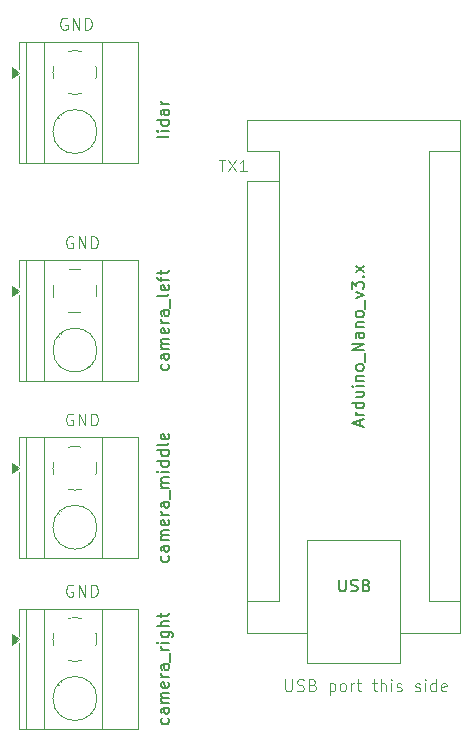
<source format=gto>
%TF.GenerationSoftware,KiCad,Pcbnew,9.0.0*%
%TF.CreationDate,2025-04-01T16:17:38+02:00*%
%TF.ProjectId,three_camera_trigger_arduino,74687265-655f-4636-916d-6572615f7472,rev?*%
%TF.SameCoordinates,Original*%
%TF.FileFunction,Legend,Top*%
%TF.FilePolarity,Positive*%
%FSLAX46Y46*%
G04 Gerber Fmt 4.6, Leading zero omitted, Abs format (unit mm)*
G04 Created by KiCad (PCBNEW 9.0.0) date 2025-04-01 16:17:38*
%MOMM*%
%LPD*%
G01*
G04 APERTURE LIST*
%ADD10C,0.100000*%
%ADD11C,0.150000*%
%ADD12C,0.120000*%
G04 APERTURE END LIST*
D10*
X110303884Y-130872419D02*
X110303884Y-131681942D01*
X110303884Y-131681942D02*
X110351503Y-131777180D01*
X110351503Y-131777180D02*
X110399122Y-131824800D01*
X110399122Y-131824800D02*
X110494360Y-131872419D01*
X110494360Y-131872419D02*
X110684836Y-131872419D01*
X110684836Y-131872419D02*
X110780074Y-131824800D01*
X110780074Y-131824800D02*
X110827693Y-131777180D01*
X110827693Y-131777180D02*
X110875312Y-131681942D01*
X110875312Y-131681942D02*
X110875312Y-130872419D01*
X111303884Y-131824800D02*
X111446741Y-131872419D01*
X111446741Y-131872419D02*
X111684836Y-131872419D01*
X111684836Y-131872419D02*
X111780074Y-131824800D01*
X111780074Y-131824800D02*
X111827693Y-131777180D01*
X111827693Y-131777180D02*
X111875312Y-131681942D01*
X111875312Y-131681942D02*
X111875312Y-131586704D01*
X111875312Y-131586704D02*
X111827693Y-131491466D01*
X111827693Y-131491466D02*
X111780074Y-131443847D01*
X111780074Y-131443847D02*
X111684836Y-131396228D01*
X111684836Y-131396228D02*
X111494360Y-131348609D01*
X111494360Y-131348609D02*
X111399122Y-131300990D01*
X111399122Y-131300990D02*
X111351503Y-131253371D01*
X111351503Y-131253371D02*
X111303884Y-131158133D01*
X111303884Y-131158133D02*
X111303884Y-131062895D01*
X111303884Y-131062895D02*
X111351503Y-130967657D01*
X111351503Y-130967657D02*
X111399122Y-130920038D01*
X111399122Y-130920038D02*
X111494360Y-130872419D01*
X111494360Y-130872419D02*
X111732455Y-130872419D01*
X111732455Y-130872419D02*
X111875312Y-130920038D01*
X112637217Y-131348609D02*
X112780074Y-131396228D01*
X112780074Y-131396228D02*
X112827693Y-131443847D01*
X112827693Y-131443847D02*
X112875312Y-131539085D01*
X112875312Y-131539085D02*
X112875312Y-131681942D01*
X112875312Y-131681942D02*
X112827693Y-131777180D01*
X112827693Y-131777180D02*
X112780074Y-131824800D01*
X112780074Y-131824800D02*
X112684836Y-131872419D01*
X112684836Y-131872419D02*
X112303884Y-131872419D01*
X112303884Y-131872419D02*
X112303884Y-130872419D01*
X112303884Y-130872419D02*
X112637217Y-130872419D01*
X112637217Y-130872419D02*
X112732455Y-130920038D01*
X112732455Y-130920038D02*
X112780074Y-130967657D01*
X112780074Y-130967657D02*
X112827693Y-131062895D01*
X112827693Y-131062895D02*
X112827693Y-131158133D01*
X112827693Y-131158133D02*
X112780074Y-131253371D01*
X112780074Y-131253371D02*
X112732455Y-131300990D01*
X112732455Y-131300990D02*
X112637217Y-131348609D01*
X112637217Y-131348609D02*
X112303884Y-131348609D01*
X114065789Y-131205752D02*
X114065789Y-132205752D01*
X114065789Y-131253371D02*
X114161027Y-131205752D01*
X114161027Y-131205752D02*
X114351503Y-131205752D01*
X114351503Y-131205752D02*
X114446741Y-131253371D01*
X114446741Y-131253371D02*
X114494360Y-131300990D01*
X114494360Y-131300990D02*
X114541979Y-131396228D01*
X114541979Y-131396228D02*
X114541979Y-131681942D01*
X114541979Y-131681942D02*
X114494360Y-131777180D01*
X114494360Y-131777180D02*
X114446741Y-131824800D01*
X114446741Y-131824800D02*
X114351503Y-131872419D01*
X114351503Y-131872419D02*
X114161027Y-131872419D01*
X114161027Y-131872419D02*
X114065789Y-131824800D01*
X115113408Y-131872419D02*
X115018170Y-131824800D01*
X115018170Y-131824800D02*
X114970551Y-131777180D01*
X114970551Y-131777180D02*
X114922932Y-131681942D01*
X114922932Y-131681942D02*
X114922932Y-131396228D01*
X114922932Y-131396228D02*
X114970551Y-131300990D01*
X114970551Y-131300990D02*
X115018170Y-131253371D01*
X115018170Y-131253371D02*
X115113408Y-131205752D01*
X115113408Y-131205752D02*
X115256265Y-131205752D01*
X115256265Y-131205752D02*
X115351503Y-131253371D01*
X115351503Y-131253371D02*
X115399122Y-131300990D01*
X115399122Y-131300990D02*
X115446741Y-131396228D01*
X115446741Y-131396228D02*
X115446741Y-131681942D01*
X115446741Y-131681942D02*
X115399122Y-131777180D01*
X115399122Y-131777180D02*
X115351503Y-131824800D01*
X115351503Y-131824800D02*
X115256265Y-131872419D01*
X115256265Y-131872419D02*
X115113408Y-131872419D01*
X115875313Y-131872419D02*
X115875313Y-131205752D01*
X115875313Y-131396228D02*
X115922932Y-131300990D01*
X115922932Y-131300990D02*
X115970551Y-131253371D01*
X115970551Y-131253371D02*
X116065789Y-131205752D01*
X116065789Y-131205752D02*
X116161027Y-131205752D01*
X116351504Y-131205752D02*
X116732456Y-131205752D01*
X116494361Y-130872419D02*
X116494361Y-131729561D01*
X116494361Y-131729561D02*
X116541980Y-131824800D01*
X116541980Y-131824800D02*
X116637218Y-131872419D01*
X116637218Y-131872419D02*
X116732456Y-131872419D01*
X117684838Y-131205752D02*
X118065790Y-131205752D01*
X117827695Y-130872419D02*
X117827695Y-131729561D01*
X117827695Y-131729561D02*
X117875314Y-131824800D01*
X117875314Y-131824800D02*
X117970552Y-131872419D01*
X117970552Y-131872419D02*
X118065790Y-131872419D01*
X118399124Y-131872419D02*
X118399124Y-130872419D01*
X118827695Y-131872419D02*
X118827695Y-131348609D01*
X118827695Y-131348609D02*
X118780076Y-131253371D01*
X118780076Y-131253371D02*
X118684838Y-131205752D01*
X118684838Y-131205752D02*
X118541981Y-131205752D01*
X118541981Y-131205752D02*
X118446743Y-131253371D01*
X118446743Y-131253371D02*
X118399124Y-131300990D01*
X119303886Y-131872419D02*
X119303886Y-131205752D01*
X119303886Y-130872419D02*
X119256267Y-130920038D01*
X119256267Y-130920038D02*
X119303886Y-130967657D01*
X119303886Y-130967657D02*
X119351505Y-130920038D01*
X119351505Y-130920038D02*
X119303886Y-130872419D01*
X119303886Y-130872419D02*
X119303886Y-130967657D01*
X119732457Y-131824800D02*
X119827695Y-131872419D01*
X119827695Y-131872419D02*
X120018171Y-131872419D01*
X120018171Y-131872419D02*
X120113409Y-131824800D01*
X120113409Y-131824800D02*
X120161028Y-131729561D01*
X120161028Y-131729561D02*
X120161028Y-131681942D01*
X120161028Y-131681942D02*
X120113409Y-131586704D01*
X120113409Y-131586704D02*
X120018171Y-131539085D01*
X120018171Y-131539085D02*
X119875314Y-131539085D01*
X119875314Y-131539085D02*
X119780076Y-131491466D01*
X119780076Y-131491466D02*
X119732457Y-131396228D01*
X119732457Y-131396228D02*
X119732457Y-131348609D01*
X119732457Y-131348609D02*
X119780076Y-131253371D01*
X119780076Y-131253371D02*
X119875314Y-131205752D01*
X119875314Y-131205752D02*
X120018171Y-131205752D01*
X120018171Y-131205752D02*
X120113409Y-131253371D01*
X121303886Y-131824800D02*
X121399124Y-131872419D01*
X121399124Y-131872419D02*
X121589600Y-131872419D01*
X121589600Y-131872419D02*
X121684838Y-131824800D01*
X121684838Y-131824800D02*
X121732457Y-131729561D01*
X121732457Y-131729561D02*
X121732457Y-131681942D01*
X121732457Y-131681942D02*
X121684838Y-131586704D01*
X121684838Y-131586704D02*
X121589600Y-131539085D01*
X121589600Y-131539085D02*
X121446743Y-131539085D01*
X121446743Y-131539085D02*
X121351505Y-131491466D01*
X121351505Y-131491466D02*
X121303886Y-131396228D01*
X121303886Y-131396228D02*
X121303886Y-131348609D01*
X121303886Y-131348609D02*
X121351505Y-131253371D01*
X121351505Y-131253371D02*
X121446743Y-131205752D01*
X121446743Y-131205752D02*
X121589600Y-131205752D01*
X121589600Y-131205752D02*
X121684838Y-131253371D01*
X122161029Y-131872419D02*
X122161029Y-131205752D01*
X122161029Y-130872419D02*
X122113410Y-130920038D01*
X122113410Y-130920038D02*
X122161029Y-130967657D01*
X122161029Y-130967657D02*
X122208648Y-130920038D01*
X122208648Y-130920038D02*
X122161029Y-130872419D01*
X122161029Y-130872419D02*
X122161029Y-130967657D01*
X123065790Y-131872419D02*
X123065790Y-130872419D01*
X123065790Y-131824800D02*
X122970552Y-131872419D01*
X122970552Y-131872419D02*
X122780076Y-131872419D01*
X122780076Y-131872419D02*
X122684838Y-131824800D01*
X122684838Y-131824800D02*
X122637219Y-131777180D01*
X122637219Y-131777180D02*
X122589600Y-131681942D01*
X122589600Y-131681942D02*
X122589600Y-131396228D01*
X122589600Y-131396228D02*
X122637219Y-131300990D01*
X122637219Y-131300990D02*
X122684838Y-131253371D01*
X122684838Y-131253371D02*
X122780076Y-131205752D01*
X122780076Y-131205752D02*
X122970552Y-131205752D01*
X122970552Y-131205752D02*
X123065790Y-131253371D01*
X123922933Y-131824800D02*
X123827695Y-131872419D01*
X123827695Y-131872419D02*
X123637219Y-131872419D01*
X123637219Y-131872419D02*
X123541981Y-131824800D01*
X123541981Y-131824800D02*
X123494362Y-131729561D01*
X123494362Y-131729561D02*
X123494362Y-131348609D01*
X123494362Y-131348609D02*
X123541981Y-131253371D01*
X123541981Y-131253371D02*
X123637219Y-131205752D01*
X123637219Y-131205752D02*
X123827695Y-131205752D01*
X123827695Y-131205752D02*
X123922933Y-131253371D01*
X123922933Y-131253371D02*
X123970552Y-131348609D01*
X123970552Y-131348609D02*
X123970552Y-131443847D01*
X123970552Y-131443847D02*
X123494362Y-131539085D01*
X92327693Y-122920038D02*
X92232455Y-122872419D01*
X92232455Y-122872419D02*
X92089598Y-122872419D01*
X92089598Y-122872419D02*
X91946741Y-122920038D01*
X91946741Y-122920038D02*
X91851503Y-123015276D01*
X91851503Y-123015276D02*
X91803884Y-123110514D01*
X91803884Y-123110514D02*
X91756265Y-123300990D01*
X91756265Y-123300990D02*
X91756265Y-123443847D01*
X91756265Y-123443847D02*
X91803884Y-123634323D01*
X91803884Y-123634323D02*
X91851503Y-123729561D01*
X91851503Y-123729561D02*
X91946741Y-123824800D01*
X91946741Y-123824800D02*
X92089598Y-123872419D01*
X92089598Y-123872419D02*
X92184836Y-123872419D01*
X92184836Y-123872419D02*
X92327693Y-123824800D01*
X92327693Y-123824800D02*
X92375312Y-123777180D01*
X92375312Y-123777180D02*
X92375312Y-123443847D01*
X92375312Y-123443847D02*
X92184836Y-123443847D01*
X92803884Y-123872419D02*
X92803884Y-122872419D01*
X92803884Y-122872419D02*
X93375312Y-123872419D01*
X93375312Y-123872419D02*
X93375312Y-122872419D01*
X93851503Y-123872419D02*
X93851503Y-122872419D01*
X93851503Y-122872419D02*
X94089598Y-122872419D01*
X94089598Y-122872419D02*
X94232455Y-122920038D01*
X94232455Y-122920038D02*
X94327693Y-123015276D01*
X94327693Y-123015276D02*
X94375312Y-123110514D01*
X94375312Y-123110514D02*
X94422931Y-123300990D01*
X94422931Y-123300990D02*
X94422931Y-123443847D01*
X94422931Y-123443847D02*
X94375312Y-123634323D01*
X94375312Y-123634323D02*
X94327693Y-123729561D01*
X94327693Y-123729561D02*
X94232455Y-123824800D01*
X94232455Y-123824800D02*
X94089598Y-123872419D01*
X94089598Y-123872419D02*
X93851503Y-123872419D01*
X92327693Y-108420038D02*
X92232455Y-108372419D01*
X92232455Y-108372419D02*
X92089598Y-108372419D01*
X92089598Y-108372419D02*
X91946741Y-108420038D01*
X91946741Y-108420038D02*
X91851503Y-108515276D01*
X91851503Y-108515276D02*
X91803884Y-108610514D01*
X91803884Y-108610514D02*
X91756265Y-108800990D01*
X91756265Y-108800990D02*
X91756265Y-108943847D01*
X91756265Y-108943847D02*
X91803884Y-109134323D01*
X91803884Y-109134323D02*
X91851503Y-109229561D01*
X91851503Y-109229561D02*
X91946741Y-109324800D01*
X91946741Y-109324800D02*
X92089598Y-109372419D01*
X92089598Y-109372419D02*
X92184836Y-109372419D01*
X92184836Y-109372419D02*
X92327693Y-109324800D01*
X92327693Y-109324800D02*
X92375312Y-109277180D01*
X92375312Y-109277180D02*
X92375312Y-108943847D01*
X92375312Y-108943847D02*
X92184836Y-108943847D01*
X92803884Y-109372419D02*
X92803884Y-108372419D01*
X92803884Y-108372419D02*
X93375312Y-109372419D01*
X93375312Y-109372419D02*
X93375312Y-108372419D01*
X93851503Y-109372419D02*
X93851503Y-108372419D01*
X93851503Y-108372419D02*
X94089598Y-108372419D01*
X94089598Y-108372419D02*
X94232455Y-108420038D01*
X94232455Y-108420038D02*
X94327693Y-108515276D01*
X94327693Y-108515276D02*
X94375312Y-108610514D01*
X94375312Y-108610514D02*
X94422931Y-108800990D01*
X94422931Y-108800990D02*
X94422931Y-108943847D01*
X94422931Y-108943847D02*
X94375312Y-109134323D01*
X94375312Y-109134323D02*
X94327693Y-109229561D01*
X94327693Y-109229561D02*
X94232455Y-109324800D01*
X94232455Y-109324800D02*
X94089598Y-109372419D01*
X94089598Y-109372419D02*
X93851503Y-109372419D01*
X92327693Y-93420038D02*
X92232455Y-93372419D01*
X92232455Y-93372419D02*
X92089598Y-93372419D01*
X92089598Y-93372419D02*
X91946741Y-93420038D01*
X91946741Y-93420038D02*
X91851503Y-93515276D01*
X91851503Y-93515276D02*
X91803884Y-93610514D01*
X91803884Y-93610514D02*
X91756265Y-93800990D01*
X91756265Y-93800990D02*
X91756265Y-93943847D01*
X91756265Y-93943847D02*
X91803884Y-94134323D01*
X91803884Y-94134323D02*
X91851503Y-94229561D01*
X91851503Y-94229561D02*
X91946741Y-94324800D01*
X91946741Y-94324800D02*
X92089598Y-94372419D01*
X92089598Y-94372419D02*
X92184836Y-94372419D01*
X92184836Y-94372419D02*
X92327693Y-94324800D01*
X92327693Y-94324800D02*
X92375312Y-94277180D01*
X92375312Y-94277180D02*
X92375312Y-93943847D01*
X92375312Y-93943847D02*
X92184836Y-93943847D01*
X92803884Y-94372419D02*
X92803884Y-93372419D01*
X92803884Y-93372419D02*
X93375312Y-94372419D01*
X93375312Y-94372419D02*
X93375312Y-93372419D01*
X93851503Y-94372419D02*
X93851503Y-93372419D01*
X93851503Y-93372419D02*
X94089598Y-93372419D01*
X94089598Y-93372419D02*
X94232455Y-93420038D01*
X94232455Y-93420038D02*
X94327693Y-93515276D01*
X94327693Y-93515276D02*
X94375312Y-93610514D01*
X94375312Y-93610514D02*
X94422931Y-93800990D01*
X94422931Y-93800990D02*
X94422931Y-93943847D01*
X94422931Y-93943847D02*
X94375312Y-94134323D01*
X94375312Y-94134323D02*
X94327693Y-94229561D01*
X94327693Y-94229561D02*
X94232455Y-94324800D01*
X94232455Y-94324800D02*
X94089598Y-94372419D01*
X94089598Y-94372419D02*
X93851503Y-94372419D01*
X91827693Y-74920038D02*
X91732455Y-74872419D01*
X91732455Y-74872419D02*
X91589598Y-74872419D01*
X91589598Y-74872419D02*
X91446741Y-74920038D01*
X91446741Y-74920038D02*
X91351503Y-75015276D01*
X91351503Y-75015276D02*
X91303884Y-75110514D01*
X91303884Y-75110514D02*
X91256265Y-75300990D01*
X91256265Y-75300990D02*
X91256265Y-75443847D01*
X91256265Y-75443847D02*
X91303884Y-75634323D01*
X91303884Y-75634323D02*
X91351503Y-75729561D01*
X91351503Y-75729561D02*
X91446741Y-75824800D01*
X91446741Y-75824800D02*
X91589598Y-75872419D01*
X91589598Y-75872419D02*
X91684836Y-75872419D01*
X91684836Y-75872419D02*
X91827693Y-75824800D01*
X91827693Y-75824800D02*
X91875312Y-75777180D01*
X91875312Y-75777180D02*
X91875312Y-75443847D01*
X91875312Y-75443847D02*
X91684836Y-75443847D01*
X92303884Y-75872419D02*
X92303884Y-74872419D01*
X92303884Y-74872419D02*
X92875312Y-75872419D01*
X92875312Y-75872419D02*
X92875312Y-74872419D01*
X93351503Y-75872419D02*
X93351503Y-74872419D01*
X93351503Y-74872419D02*
X93589598Y-74872419D01*
X93589598Y-74872419D02*
X93732455Y-74920038D01*
X93732455Y-74920038D02*
X93827693Y-75015276D01*
X93827693Y-75015276D02*
X93875312Y-75110514D01*
X93875312Y-75110514D02*
X93922931Y-75300990D01*
X93922931Y-75300990D02*
X93922931Y-75443847D01*
X93922931Y-75443847D02*
X93875312Y-75634323D01*
X93875312Y-75634323D02*
X93827693Y-75729561D01*
X93827693Y-75729561D02*
X93732455Y-75824800D01*
X93732455Y-75824800D02*
X93589598Y-75872419D01*
X93589598Y-75872419D02*
X93351503Y-75872419D01*
X104661027Y-86872419D02*
X105232455Y-86872419D01*
X104946741Y-87872419D02*
X104946741Y-86872419D01*
X105470551Y-86872419D02*
X106137217Y-87872419D01*
X106137217Y-86872419D02*
X105470551Y-87872419D01*
X107041979Y-87872419D02*
X106470551Y-87872419D01*
X106756265Y-87872419D02*
X106756265Y-86872419D01*
X106756265Y-86872419D02*
X106661027Y-87015276D01*
X106661027Y-87015276D02*
X106565789Y-87110514D01*
X106565789Y-87110514D02*
X106470551Y-87158133D01*
D11*
X100407200Y-134190476D02*
X100454819Y-134285714D01*
X100454819Y-134285714D02*
X100454819Y-134476190D01*
X100454819Y-134476190D02*
X100407200Y-134571428D01*
X100407200Y-134571428D02*
X100359580Y-134619047D01*
X100359580Y-134619047D02*
X100264342Y-134666666D01*
X100264342Y-134666666D02*
X99978628Y-134666666D01*
X99978628Y-134666666D02*
X99883390Y-134619047D01*
X99883390Y-134619047D02*
X99835771Y-134571428D01*
X99835771Y-134571428D02*
X99788152Y-134476190D01*
X99788152Y-134476190D02*
X99788152Y-134285714D01*
X99788152Y-134285714D02*
X99835771Y-134190476D01*
X100454819Y-133333333D02*
X99931009Y-133333333D01*
X99931009Y-133333333D02*
X99835771Y-133380952D01*
X99835771Y-133380952D02*
X99788152Y-133476190D01*
X99788152Y-133476190D02*
X99788152Y-133666666D01*
X99788152Y-133666666D02*
X99835771Y-133761904D01*
X100407200Y-133333333D02*
X100454819Y-133428571D01*
X100454819Y-133428571D02*
X100454819Y-133666666D01*
X100454819Y-133666666D02*
X100407200Y-133761904D01*
X100407200Y-133761904D02*
X100311961Y-133809523D01*
X100311961Y-133809523D02*
X100216723Y-133809523D01*
X100216723Y-133809523D02*
X100121485Y-133761904D01*
X100121485Y-133761904D02*
X100073866Y-133666666D01*
X100073866Y-133666666D02*
X100073866Y-133428571D01*
X100073866Y-133428571D02*
X100026247Y-133333333D01*
X100454819Y-132857142D02*
X99788152Y-132857142D01*
X99883390Y-132857142D02*
X99835771Y-132809523D01*
X99835771Y-132809523D02*
X99788152Y-132714285D01*
X99788152Y-132714285D02*
X99788152Y-132571428D01*
X99788152Y-132571428D02*
X99835771Y-132476190D01*
X99835771Y-132476190D02*
X99931009Y-132428571D01*
X99931009Y-132428571D02*
X100454819Y-132428571D01*
X99931009Y-132428571D02*
X99835771Y-132380952D01*
X99835771Y-132380952D02*
X99788152Y-132285714D01*
X99788152Y-132285714D02*
X99788152Y-132142857D01*
X99788152Y-132142857D02*
X99835771Y-132047618D01*
X99835771Y-132047618D02*
X99931009Y-131999999D01*
X99931009Y-131999999D02*
X100454819Y-131999999D01*
X100407200Y-131142857D02*
X100454819Y-131238095D01*
X100454819Y-131238095D02*
X100454819Y-131428571D01*
X100454819Y-131428571D02*
X100407200Y-131523809D01*
X100407200Y-131523809D02*
X100311961Y-131571428D01*
X100311961Y-131571428D02*
X99931009Y-131571428D01*
X99931009Y-131571428D02*
X99835771Y-131523809D01*
X99835771Y-131523809D02*
X99788152Y-131428571D01*
X99788152Y-131428571D02*
X99788152Y-131238095D01*
X99788152Y-131238095D02*
X99835771Y-131142857D01*
X99835771Y-131142857D02*
X99931009Y-131095238D01*
X99931009Y-131095238D02*
X100026247Y-131095238D01*
X100026247Y-131095238D02*
X100121485Y-131571428D01*
X100454819Y-130666666D02*
X99788152Y-130666666D01*
X99978628Y-130666666D02*
X99883390Y-130619047D01*
X99883390Y-130619047D02*
X99835771Y-130571428D01*
X99835771Y-130571428D02*
X99788152Y-130476190D01*
X99788152Y-130476190D02*
X99788152Y-130380952D01*
X100454819Y-129619047D02*
X99931009Y-129619047D01*
X99931009Y-129619047D02*
X99835771Y-129666666D01*
X99835771Y-129666666D02*
X99788152Y-129761904D01*
X99788152Y-129761904D02*
X99788152Y-129952380D01*
X99788152Y-129952380D02*
X99835771Y-130047618D01*
X100407200Y-129619047D02*
X100454819Y-129714285D01*
X100454819Y-129714285D02*
X100454819Y-129952380D01*
X100454819Y-129952380D02*
X100407200Y-130047618D01*
X100407200Y-130047618D02*
X100311961Y-130095237D01*
X100311961Y-130095237D02*
X100216723Y-130095237D01*
X100216723Y-130095237D02*
X100121485Y-130047618D01*
X100121485Y-130047618D02*
X100073866Y-129952380D01*
X100073866Y-129952380D02*
X100073866Y-129714285D01*
X100073866Y-129714285D02*
X100026247Y-129619047D01*
X100550057Y-129380952D02*
X100550057Y-128619047D01*
X100454819Y-128380951D02*
X99788152Y-128380951D01*
X99978628Y-128380951D02*
X99883390Y-128333332D01*
X99883390Y-128333332D02*
X99835771Y-128285713D01*
X99835771Y-128285713D02*
X99788152Y-128190475D01*
X99788152Y-128190475D02*
X99788152Y-128095237D01*
X100454819Y-127761903D02*
X99788152Y-127761903D01*
X99454819Y-127761903D02*
X99502438Y-127809522D01*
X99502438Y-127809522D02*
X99550057Y-127761903D01*
X99550057Y-127761903D02*
X99502438Y-127714284D01*
X99502438Y-127714284D02*
X99454819Y-127761903D01*
X99454819Y-127761903D02*
X99550057Y-127761903D01*
X99788152Y-126857142D02*
X100597676Y-126857142D01*
X100597676Y-126857142D02*
X100692914Y-126904761D01*
X100692914Y-126904761D02*
X100740533Y-126952380D01*
X100740533Y-126952380D02*
X100788152Y-127047618D01*
X100788152Y-127047618D02*
X100788152Y-127190475D01*
X100788152Y-127190475D02*
X100740533Y-127285713D01*
X100407200Y-126857142D02*
X100454819Y-126952380D01*
X100454819Y-126952380D02*
X100454819Y-127142856D01*
X100454819Y-127142856D02*
X100407200Y-127238094D01*
X100407200Y-127238094D02*
X100359580Y-127285713D01*
X100359580Y-127285713D02*
X100264342Y-127333332D01*
X100264342Y-127333332D02*
X99978628Y-127333332D01*
X99978628Y-127333332D02*
X99883390Y-127285713D01*
X99883390Y-127285713D02*
X99835771Y-127238094D01*
X99835771Y-127238094D02*
X99788152Y-127142856D01*
X99788152Y-127142856D02*
X99788152Y-126952380D01*
X99788152Y-126952380D02*
X99835771Y-126857142D01*
X100454819Y-126380951D02*
X99454819Y-126380951D01*
X100454819Y-125952380D02*
X99931009Y-125952380D01*
X99931009Y-125952380D02*
X99835771Y-125999999D01*
X99835771Y-125999999D02*
X99788152Y-126095237D01*
X99788152Y-126095237D02*
X99788152Y-126238094D01*
X99788152Y-126238094D02*
X99835771Y-126333332D01*
X99835771Y-126333332D02*
X99883390Y-126380951D01*
X99788152Y-125619046D02*
X99788152Y-125238094D01*
X99454819Y-125476189D02*
X100311961Y-125476189D01*
X100311961Y-125476189D02*
X100407200Y-125428570D01*
X100407200Y-125428570D02*
X100454819Y-125333332D01*
X100454819Y-125333332D02*
X100454819Y-125238094D01*
X100407200Y-120452381D02*
X100454819Y-120547619D01*
X100454819Y-120547619D02*
X100454819Y-120738095D01*
X100454819Y-120738095D02*
X100407200Y-120833333D01*
X100407200Y-120833333D02*
X100359580Y-120880952D01*
X100359580Y-120880952D02*
X100264342Y-120928571D01*
X100264342Y-120928571D02*
X99978628Y-120928571D01*
X99978628Y-120928571D02*
X99883390Y-120880952D01*
X99883390Y-120880952D02*
X99835771Y-120833333D01*
X99835771Y-120833333D02*
X99788152Y-120738095D01*
X99788152Y-120738095D02*
X99788152Y-120547619D01*
X99788152Y-120547619D02*
X99835771Y-120452381D01*
X100454819Y-119595238D02*
X99931009Y-119595238D01*
X99931009Y-119595238D02*
X99835771Y-119642857D01*
X99835771Y-119642857D02*
X99788152Y-119738095D01*
X99788152Y-119738095D02*
X99788152Y-119928571D01*
X99788152Y-119928571D02*
X99835771Y-120023809D01*
X100407200Y-119595238D02*
X100454819Y-119690476D01*
X100454819Y-119690476D02*
X100454819Y-119928571D01*
X100454819Y-119928571D02*
X100407200Y-120023809D01*
X100407200Y-120023809D02*
X100311961Y-120071428D01*
X100311961Y-120071428D02*
X100216723Y-120071428D01*
X100216723Y-120071428D02*
X100121485Y-120023809D01*
X100121485Y-120023809D02*
X100073866Y-119928571D01*
X100073866Y-119928571D02*
X100073866Y-119690476D01*
X100073866Y-119690476D02*
X100026247Y-119595238D01*
X100454819Y-119119047D02*
X99788152Y-119119047D01*
X99883390Y-119119047D02*
X99835771Y-119071428D01*
X99835771Y-119071428D02*
X99788152Y-118976190D01*
X99788152Y-118976190D02*
X99788152Y-118833333D01*
X99788152Y-118833333D02*
X99835771Y-118738095D01*
X99835771Y-118738095D02*
X99931009Y-118690476D01*
X99931009Y-118690476D02*
X100454819Y-118690476D01*
X99931009Y-118690476D02*
X99835771Y-118642857D01*
X99835771Y-118642857D02*
X99788152Y-118547619D01*
X99788152Y-118547619D02*
X99788152Y-118404762D01*
X99788152Y-118404762D02*
X99835771Y-118309523D01*
X99835771Y-118309523D02*
X99931009Y-118261904D01*
X99931009Y-118261904D02*
X100454819Y-118261904D01*
X100407200Y-117404762D02*
X100454819Y-117500000D01*
X100454819Y-117500000D02*
X100454819Y-117690476D01*
X100454819Y-117690476D02*
X100407200Y-117785714D01*
X100407200Y-117785714D02*
X100311961Y-117833333D01*
X100311961Y-117833333D02*
X99931009Y-117833333D01*
X99931009Y-117833333D02*
X99835771Y-117785714D01*
X99835771Y-117785714D02*
X99788152Y-117690476D01*
X99788152Y-117690476D02*
X99788152Y-117500000D01*
X99788152Y-117500000D02*
X99835771Y-117404762D01*
X99835771Y-117404762D02*
X99931009Y-117357143D01*
X99931009Y-117357143D02*
X100026247Y-117357143D01*
X100026247Y-117357143D02*
X100121485Y-117833333D01*
X100454819Y-116928571D02*
X99788152Y-116928571D01*
X99978628Y-116928571D02*
X99883390Y-116880952D01*
X99883390Y-116880952D02*
X99835771Y-116833333D01*
X99835771Y-116833333D02*
X99788152Y-116738095D01*
X99788152Y-116738095D02*
X99788152Y-116642857D01*
X100454819Y-115880952D02*
X99931009Y-115880952D01*
X99931009Y-115880952D02*
X99835771Y-115928571D01*
X99835771Y-115928571D02*
X99788152Y-116023809D01*
X99788152Y-116023809D02*
X99788152Y-116214285D01*
X99788152Y-116214285D02*
X99835771Y-116309523D01*
X100407200Y-115880952D02*
X100454819Y-115976190D01*
X100454819Y-115976190D02*
X100454819Y-116214285D01*
X100454819Y-116214285D02*
X100407200Y-116309523D01*
X100407200Y-116309523D02*
X100311961Y-116357142D01*
X100311961Y-116357142D02*
X100216723Y-116357142D01*
X100216723Y-116357142D02*
X100121485Y-116309523D01*
X100121485Y-116309523D02*
X100073866Y-116214285D01*
X100073866Y-116214285D02*
X100073866Y-115976190D01*
X100073866Y-115976190D02*
X100026247Y-115880952D01*
X100550057Y-115642857D02*
X100550057Y-114880952D01*
X100454819Y-114642856D02*
X99788152Y-114642856D01*
X99883390Y-114642856D02*
X99835771Y-114595237D01*
X99835771Y-114595237D02*
X99788152Y-114499999D01*
X99788152Y-114499999D02*
X99788152Y-114357142D01*
X99788152Y-114357142D02*
X99835771Y-114261904D01*
X99835771Y-114261904D02*
X99931009Y-114214285D01*
X99931009Y-114214285D02*
X100454819Y-114214285D01*
X99931009Y-114214285D02*
X99835771Y-114166666D01*
X99835771Y-114166666D02*
X99788152Y-114071428D01*
X99788152Y-114071428D02*
X99788152Y-113928571D01*
X99788152Y-113928571D02*
X99835771Y-113833332D01*
X99835771Y-113833332D02*
X99931009Y-113785713D01*
X99931009Y-113785713D02*
X100454819Y-113785713D01*
X100454819Y-113309523D02*
X99788152Y-113309523D01*
X99454819Y-113309523D02*
X99502438Y-113357142D01*
X99502438Y-113357142D02*
X99550057Y-113309523D01*
X99550057Y-113309523D02*
X99502438Y-113261904D01*
X99502438Y-113261904D02*
X99454819Y-113309523D01*
X99454819Y-113309523D02*
X99550057Y-113309523D01*
X100454819Y-112404762D02*
X99454819Y-112404762D01*
X100407200Y-112404762D02*
X100454819Y-112500000D01*
X100454819Y-112500000D02*
X100454819Y-112690476D01*
X100454819Y-112690476D02*
X100407200Y-112785714D01*
X100407200Y-112785714D02*
X100359580Y-112833333D01*
X100359580Y-112833333D02*
X100264342Y-112880952D01*
X100264342Y-112880952D02*
X99978628Y-112880952D01*
X99978628Y-112880952D02*
X99883390Y-112833333D01*
X99883390Y-112833333D02*
X99835771Y-112785714D01*
X99835771Y-112785714D02*
X99788152Y-112690476D01*
X99788152Y-112690476D02*
X99788152Y-112500000D01*
X99788152Y-112500000D02*
X99835771Y-112404762D01*
X100454819Y-111500000D02*
X99454819Y-111500000D01*
X100407200Y-111500000D02*
X100454819Y-111595238D01*
X100454819Y-111595238D02*
X100454819Y-111785714D01*
X100454819Y-111785714D02*
X100407200Y-111880952D01*
X100407200Y-111880952D02*
X100359580Y-111928571D01*
X100359580Y-111928571D02*
X100264342Y-111976190D01*
X100264342Y-111976190D02*
X99978628Y-111976190D01*
X99978628Y-111976190D02*
X99883390Y-111928571D01*
X99883390Y-111928571D02*
X99835771Y-111880952D01*
X99835771Y-111880952D02*
X99788152Y-111785714D01*
X99788152Y-111785714D02*
X99788152Y-111595238D01*
X99788152Y-111595238D02*
X99835771Y-111500000D01*
X100454819Y-110880952D02*
X100407200Y-110976190D01*
X100407200Y-110976190D02*
X100311961Y-111023809D01*
X100311961Y-111023809D02*
X99454819Y-111023809D01*
X100407200Y-110119047D02*
X100454819Y-110214285D01*
X100454819Y-110214285D02*
X100454819Y-110404761D01*
X100454819Y-110404761D02*
X100407200Y-110499999D01*
X100407200Y-110499999D02*
X100311961Y-110547618D01*
X100311961Y-110547618D02*
X99931009Y-110547618D01*
X99931009Y-110547618D02*
X99835771Y-110499999D01*
X99835771Y-110499999D02*
X99788152Y-110404761D01*
X99788152Y-110404761D02*
X99788152Y-110214285D01*
X99788152Y-110214285D02*
X99835771Y-110119047D01*
X99835771Y-110119047D02*
X99931009Y-110071428D01*
X99931009Y-110071428D02*
X100026247Y-110071428D01*
X100026247Y-110071428D02*
X100121485Y-110547618D01*
X100407200Y-104214286D02*
X100454819Y-104309524D01*
X100454819Y-104309524D02*
X100454819Y-104500000D01*
X100454819Y-104500000D02*
X100407200Y-104595238D01*
X100407200Y-104595238D02*
X100359580Y-104642857D01*
X100359580Y-104642857D02*
X100264342Y-104690476D01*
X100264342Y-104690476D02*
X99978628Y-104690476D01*
X99978628Y-104690476D02*
X99883390Y-104642857D01*
X99883390Y-104642857D02*
X99835771Y-104595238D01*
X99835771Y-104595238D02*
X99788152Y-104500000D01*
X99788152Y-104500000D02*
X99788152Y-104309524D01*
X99788152Y-104309524D02*
X99835771Y-104214286D01*
X100454819Y-103357143D02*
X99931009Y-103357143D01*
X99931009Y-103357143D02*
X99835771Y-103404762D01*
X99835771Y-103404762D02*
X99788152Y-103500000D01*
X99788152Y-103500000D02*
X99788152Y-103690476D01*
X99788152Y-103690476D02*
X99835771Y-103785714D01*
X100407200Y-103357143D02*
X100454819Y-103452381D01*
X100454819Y-103452381D02*
X100454819Y-103690476D01*
X100454819Y-103690476D02*
X100407200Y-103785714D01*
X100407200Y-103785714D02*
X100311961Y-103833333D01*
X100311961Y-103833333D02*
X100216723Y-103833333D01*
X100216723Y-103833333D02*
X100121485Y-103785714D01*
X100121485Y-103785714D02*
X100073866Y-103690476D01*
X100073866Y-103690476D02*
X100073866Y-103452381D01*
X100073866Y-103452381D02*
X100026247Y-103357143D01*
X100454819Y-102880952D02*
X99788152Y-102880952D01*
X99883390Y-102880952D02*
X99835771Y-102833333D01*
X99835771Y-102833333D02*
X99788152Y-102738095D01*
X99788152Y-102738095D02*
X99788152Y-102595238D01*
X99788152Y-102595238D02*
X99835771Y-102500000D01*
X99835771Y-102500000D02*
X99931009Y-102452381D01*
X99931009Y-102452381D02*
X100454819Y-102452381D01*
X99931009Y-102452381D02*
X99835771Y-102404762D01*
X99835771Y-102404762D02*
X99788152Y-102309524D01*
X99788152Y-102309524D02*
X99788152Y-102166667D01*
X99788152Y-102166667D02*
X99835771Y-102071428D01*
X99835771Y-102071428D02*
X99931009Y-102023809D01*
X99931009Y-102023809D02*
X100454819Y-102023809D01*
X100407200Y-101166667D02*
X100454819Y-101261905D01*
X100454819Y-101261905D02*
X100454819Y-101452381D01*
X100454819Y-101452381D02*
X100407200Y-101547619D01*
X100407200Y-101547619D02*
X100311961Y-101595238D01*
X100311961Y-101595238D02*
X99931009Y-101595238D01*
X99931009Y-101595238D02*
X99835771Y-101547619D01*
X99835771Y-101547619D02*
X99788152Y-101452381D01*
X99788152Y-101452381D02*
X99788152Y-101261905D01*
X99788152Y-101261905D02*
X99835771Y-101166667D01*
X99835771Y-101166667D02*
X99931009Y-101119048D01*
X99931009Y-101119048D02*
X100026247Y-101119048D01*
X100026247Y-101119048D02*
X100121485Y-101595238D01*
X100454819Y-100690476D02*
X99788152Y-100690476D01*
X99978628Y-100690476D02*
X99883390Y-100642857D01*
X99883390Y-100642857D02*
X99835771Y-100595238D01*
X99835771Y-100595238D02*
X99788152Y-100500000D01*
X99788152Y-100500000D02*
X99788152Y-100404762D01*
X100454819Y-99642857D02*
X99931009Y-99642857D01*
X99931009Y-99642857D02*
X99835771Y-99690476D01*
X99835771Y-99690476D02*
X99788152Y-99785714D01*
X99788152Y-99785714D02*
X99788152Y-99976190D01*
X99788152Y-99976190D02*
X99835771Y-100071428D01*
X100407200Y-99642857D02*
X100454819Y-99738095D01*
X100454819Y-99738095D02*
X100454819Y-99976190D01*
X100454819Y-99976190D02*
X100407200Y-100071428D01*
X100407200Y-100071428D02*
X100311961Y-100119047D01*
X100311961Y-100119047D02*
X100216723Y-100119047D01*
X100216723Y-100119047D02*
X100121485Y-100071428D01*
X100121485Y-100071428D02*
X100073866Y-99976190D01*
X100073866Y-99976190D02*
X100073866Y-99738095D01*
X100073866Y-99738095D02*
X100026247Y-99642857D01*
X100550057Y-99404762D02*
X100550057Y-98642857D01*
X100454819Y-98261904D02*
X100407200Y-98357142D01*
X100407200Y-98357142D02*
X100311961Y-98404761D01*
X100311961Y-98404761D02*
X99454819Y-98404761D01*
X100407200Y-97499999D02*
X100454819Y-97595237D01*
X100454819Y-97595237D02*
X100454819Y-97785713D01*
X100454819Y-97785713D02*
X100407200Y-97880951D01*
X100407200Y-97880951D02*
X100311961Y-97928570D01*
X100311961Y-97928570D02*
X99931009Y-97928570D01*
X99931009Y-97928570D02*
X99835771Y-97880951D01*
X99835771Y-97880951D02*
X99788152Y-97785713D01*
X99788152Y-97785713D02*
X99788152Y-97595237D01*
X99788152Y-97595237D02*
X99835771Y-97499999D01*
X99835771Y-97499999D02*
X99931009Y-97452380D01*
X99931009Y-97452380D02*
X100026247Y-97452380D01*
X100026247Y-97452380D02*
X100121485Y-97928570D01*
X99788152Y-97166665D02*
X99788152Y-96785713D01*
X100454819Y-97023808D02*
X99597676Y-97023808D01*
X99597676Y-97023808D02*
X99502438Y-96976189D01*
X99502438Y-96976189D02*
X99454819Y-96880951D01*
X99454819Y-96880951D02*
X99454819Y-96785713D01*
X99788152Y-96595236D02*
X99788152Y-96214284D01*
X99454819Y-96452379D02*
X100311961Y-96452379D01*
X100311961Y-96452379D02*
X100407200Y-96404760D01*
X100407200Y-96404760D02*
X100454819Y-96309522D01*
X100454819Y-96309522D02*
X100454819Y-96214284D01*
X100454819Y-84833333D02*
X100407200Y-84928571D01*
X100407200Y-84928571D02*
X100311961Y-84976190D01*
X100311961Y-84976190D02*
X99454819Y-84976190D01*
X100454819Y-84452380D02*
X99788152Y-84452380D01*
X99454819Y-84452380D02*
X99502438Y-84499999D01*
X99502438Y-84499999D02*
X99550057Y-84452380D01*
X99550057Y-84452380D02*
X99502438Y-84404761D01*
X99502438Y-84404761D02*
X99454819Y-84452380D01*
X99454819Y-84452380D02*
X99550057Y-84452380D01*
X100454819Y-83547619D02*
X99454819Y-83547619D01*
X100407200Y-83547619D02*
X100454819Y-83642857D01*
X100454819Y-83642857D02*
X100454819Y-83833333D01*
X100454819Y-83833333D02*
X100407200Y-83928571D01*
X100407200Y-83928571D02*
X100359580Y-83976190D01*
X100359580Y-83976190D02*
X100264342Y-84023809D01*
X100264342Y-84023809D02*
X99978628Y-84023809D01*
X99978628Y-84023809D02*
X99883390Y-83976190D01*
X99883390Y-83976190D02*
X99835771Y-83928571D01*
X99835771Y-83928571D02*
X99788152Y-83833333D01*
X99788152Y-83833333D02*
X99788152Y-83642857D01*
X99788152Y-83642857D02*
X99835771Y-83547619D01*
X100454819Y-82642857D02*
X99931009Y-82642857D01*
X99931009Y-82642857D02*
X99835771Y-82690476D01*
X99835771Y-82690476D02*
X99788152Y-82785714D01*
X99788152Y-82785714D02*
X99788152Y-82976190D01*
X99788152Y-82976190D02*
X99835771Y-83071428D01*
X100407200Y-82642857D02*
X100454819Y-82738095D01*
X100454819Y-82738095D02*
X100454819Y-82976190D01*
X100454819Y-82976190D02*
X100407200Y-83071428D01*
X100407200Y-83071428D02*
X100311961Y-83119047D01*
X100311961Y-83119047D02*
X100216723Y-83119047D01*
X100216723Y-83119047D02*
X100121485Y-83071428D01*
X100121485Y-83071428D02*
X100073866Y-82976190D01*
X100073866Y-82976190D02*
X100073866Y-82738095D01*
X100073866Y-82738095D02*
X100026247Y-82642857D01*
X100454819Y-82166666D02*
X99788152Y-82166666D01*
X99978628Y-82166666D02*
X99883390Y-82119047D01*
X99883390Y-82119047D02*
X99835771Y-82071428D01*
X99835771Y-82071428D02*
X99788152Y-81976190D01*
X99788152Y-81976190D02*
X99788152Y-81880952D01*
X116669104Y-109398095D02*
X116669104Y-108921905D01*
X116954819Y-109493333D02*
X115954819Y-109160000D01*
X115954819Y-109160000D02*
X116954819Y-108826667D01*
X116954819Y-108493333D02*
X116288152Y-108493333D01*
X116478628Y-108493333D02*
X116383390Y-108445714D01*
X116383390Y-108445714D02*
X116335771Y-108398095D01*
X116335771Y-108398095D02*
X116288152Y-108302857D01*
X116288152Y-108302857D02*
X116288152Y-108207619D01*
X116954819Y-107445714D02*
X115954819Y-107445714D01*
X116907200Y-107445714D02*
X116954819Y-107540952D01*
X116954819Y-107540952D02*
X116954819Y-107731428D01*
X116954819Y-107731428D02*
X116907200Y-107826666D01*
X116907200Y-107826666D02*
X116859580Y-107874285D01*
X116859580Y-107874285D02*
X116764342Y-107921904D01*
X116764342Y-107921904D02*
X116478628Y-107921904D01*
X116478628Y-107921904D02*
X116383390Y-107874285D01*
X116383390Y-107874285D02*
X116335771Y-107826666D01*
X116335771Y-107826666D02*
X116288152Y-107731428D01*
X116288152Y-107731428D02*
X116288152Y-107540952D01*
X116288152Y-107540952D02*
X116335771Y-107445714D01*
X116288152Y-106540952D02*
X116954819Y-106540952D01*
X116288152Y-106969523D02*
X116811961Y-106969523D01*
X116811961Y-106969523D02*
X116907200Y-106921904D01*
X116907200Y-106921904D02*
X116954819Y-106826666D01*
X116954819Y-106826666D02*
X116954819Y-106683809D01*
X116954819Y-106683809D02*
X116907200Y-106588571D01*
X116907200Y-106588571D02*
X116859580Y-106540952D01*
X116954819Y-106064761D02*
X116288152Y-106064761D01*
X115954819Y-106064761D02*
X116002438Y-106112380D01*
X116002438Y-106112380D02*
X116050057Y-106064761D01*
X116050057Y-106064761D02*
X116002438Y-106017142D01*
X116002438Y-106017142D02*
X115954819Y-106064761D01*
X115954819Y-106064761D02*
X116050057Y-106064761D01*
X116288152Y-105588571D02*
X116954819Y-105588571D01*
X116383390Y-105588571D02*
X116335771Y-105540952D01*
X116335771Y-105540952D02*
X116288152Y-105445714D01*
X116288152Y-105445714D02*
X116288152Y-105302857D01*
X116288152Y-105302857D02*
X116335771Y-105207619D01*
X116335771Y-105207619D02*
X116431009Y-105160000D01*
X116431009Y-105160000D02*
X116954819Y-105160000D01*
X116954819Y-104540952D02*
X116907200Y-104636190D01*
X116907200Y-104636190D02*
X116859580Y-104683809D01*
X116859580Y-104683809D02*
X116764342Y-104731428D01*
X116764342Y-104731428D02*
X116478628Y-104731428D01*
X116478628Y-104731428D02*
X116383390Y-104683809D01*
X116383390Y-104683809D02*
X116335771Y-104636190D01*
X116335771Y-104636190D02*
X116288152Y-104540952D01*
X116288152Y-104540952D02*
X116288152Y-104398095D01*
X116288152Y-104398095D02*
X116335771Y-104302857D01*
X116335771Y-104302857D02*
X116383390Y-104255238D01*
X116383390Y-104255238D02*
X116478628Y-104207619D01*
X116478628Y-104207619D02*
X116764342Y-104207619D01*
X116764342Y-104207619D02*
X116859580Y-104255238D01*
X116859580Y-104255238D02*
X116907200Y-104302857D01*
X116907200Y-104302857D02*
X116954819Y-104398095D01*
X116954819Y-104398095D02*
X116954819Y-104540952D01*
X117050057Y-104017143D02*
X117050057Y-103255238D01*
X116954819Y-103017142D02*
X115954819Y-103017142D01*
X115954819Y-103017142D02*
X116954819Y-102445714D01*
X116954819Y-102445714D02*
X115954819Y-102445714D01*
X116954819Y-101540952D02*
X116431009Y-101540952D01*
X116431009Y-101540952D02*
X116335771Y-101588571D01*
X116335771Y-101588571D02*
X116288152Y-101683809D01*
X116288152Y-101683809D02*
X116288152Y-101874285D01*
X116288152Y-101874285D02*
X116335771Y-101969523D01*
X116907200Y-101540952D02*
X116954819Y-101636190D01*
X116954819Y-101636190D02*
X116954819Y-101874285D01*
X116954819Y-101874285D02*
X116907200Y-101969523D01*
X116907200Y-101969523D02*
X116811961Y-102017142D01*
X116811961Y-102017142D02*
X116716723Y-102017142D01*
X116716723Y-102017142D02*
X116621485Y-101969523D01*
X116621485Y-101969523D02*
X116573866Y-101874285D01*
X116573866Y-101874285D02*
X116573866Y-101636190D01*
X116573866Y-101636190D02*
X116526247Y-101540952D01*
X116288152Y-101064761D02*
X116954819Y-101064761D01*
X116383390Y-101064761D02*
X116335771Y-101017142D01*
X116335771Y-101017142D02*
X116288152Y-100921904D01*
X116288152Y-100921904D02*
X116288152Y-100779047D01*
X116288152Y-100779047D02*
X116335771Y-100683809D01*
X116335771Y-100683809D02*
X116431009Y-100636190D01*
X116431009Y-100636190D02*
X116954819Y-100636190D01*
X116954819Y-100017142D02*
X116907200Y-100112380D01*
X116907200Y-100112380D02*
X116859580Y-100159999D01*
X116859580Y-100159999D02*
X116764342Y-100207618D01*
X116764342Y-100207618D02*
X116478628Y-100207618D01*
X116478628Y-100207618D02*
X116383390Y-100159999D01*
X116383390Y-100159999D02*
X116335771Y-100112380D01*
X116335771Y-100112380D02*
X116288152Y-100017142D01*
X116288152Y-100017142D02*
X116288152Y-99874285D01*
X116288152Y-99874285D02*
X116335771Y-99779047D01*
X116335771Y-99779047D02*
X116383390Y-99731428D01*
X116383390Y-99731428D02*
X116478628Y-99683809D01*
X116478628Y-99683809D02*
X116764342Y-99683809D01*
X116764342Y-99683809D02*
X116859580Y-99731428D01*
X116859580Y-99731428D02*
X116907200Y-99779047D01*
X116907200Y-99779047D02*
X116954819Y-99874285D01*
X116954819Y-99874285D02*
X116954819Y-100017142D01*
X117050057Y-99493333D02*
X117050057Y-98731428D01*
X116288152Y-98588570D02*
X116954819Y-98350475D01*
X116954819Y-98350475D02*
X116288152Y-98112380D01*
X115954819Y-97826665D02*
X115954819Y-97207618D01*
X115954819Y-97207618D02*
X116335771Y-97540951D01*
X116335771Y-97540951D02*
X116335771Y-97398094D01*
X116335771Y-97398094D02*
X116383390Y-97302856D01*
X116383390Y-97302856D02*
X116431009Y-97255237D01*
X116431009Y-97255237D02*
X116526247Y-97207618D01*
X116526247Y-97207618D02*
X116764342Y-97207618D01*
X116764342Y-97207618D02*
X116859580Y-97255237D01*
X116859580Y-97255237D02*
X116907200Y-97302856D01*
X116907200Y-97302856D02*
X116954819Y-97398094D01*
X116954819Y-97398094D02*
X116954819Y-97683808D01*
X116954819Y-97683808D02*
X116907200Y-97779046D01*
X116907200Y-97779046D02*
X116859580Y-97826665D01*
X116859580Y-96779046D02*
X116907200Y-96731427D01*
X116907200Y-96731427D02*
X116954819Y-96779046D01*
X116954819Y-96779046D02*
X116907200Y-96826665D01*
X116907200Y-96826665D02*
X116859580Y-96779046D01*
X116859580Y-96779046D02*
X116954819Y-96779046D01*
X116954819Y-96398094D02*
X116288152Y-95874285D01*
X116288152Y-96398094D02*
X116954819Y-95874285D01*
X114858095Y-122434819D02*
X114858095Y-123244342D01*
X114858095Y-123244342D02*
X114905714Y-123339580D01*
X114905714Y-123339580D02*
X114953333Y-123387200D01*
X114953333Y-123387200D02*
X115048571Y-123434819D01*
X115048571Y-123434819D02*
X115239047Y-123434819D01*
X115239047Y-123434819D02*
X115334285Y-123387200D01*
X115334285Y-123387200D02*
X115381904Y-123339580D01*
X115381904Y-123339580D02*
X115429523Y-123244342D01*
X115429523Y-123244342D02*
X115429523Y-122434819D01*
X115858095Y-123387200D02*
X116000952Y-123434819D01*
X116000952Y-123434819D02*
X116239047Y-123434819D01*
X116239047Y-123434819D02*
X116334285Y-123387200D01*
X116334285Y-123387200D02*
X116381904Y-123339580D01*
X116381904Y-123339580D02*
X116429523Y-123244342D01*
X116429523Y-123244342D02*
X116429523Y-123149104D01*
X116429523Y-123149104D02*
X116381904Y-123053866D01*
X116381904Y-123053866D02*
X116334285Y-123006247D01*
X116334285Y-123006247D02*
X116239047Y-122958628D01*
X116239047Y-122958628D02*
X116048571Y-122911009D01*
X116048571Y-122911009D02*
X115953333Y-122863390D01*
X115953333Y-122863390D02*
X115905714Y-122815771D01*
X115905714Y-122815771D02*
X115858095Y-122720533D01*
X115858095Y-122720533D02*
X115858095Y-122625295D01*
X115858095Y-122625295D02*
X115905714Y-122530057D01*
X115905714Y-122530057D02*
X115953333Y-122482438D01*
X115953333Y-122482438D02*
X116048571Y-122434819D01*
X116048571Y-122434819D02*
X116286666Y-122434819D01*
X116286666Y-122434819D02*
X116429523Y-122482438D01*
X117191428Y-122911009D02*
X117334285Y-122958628D01*
X117334285Y-122958628D02*
X117381904Y-123006247D01*
X117381904Y-123006247D02*
X117429523Y-123101485D01*
X117429523Y-123101485D02*
X117429523Y-123244342D01*
X117429523Y-123244342D02*
X117381904Y-123339580D01*
X117381904Y-123339580D02*
X117334285Y-123387200D01*
X117334285Y-123387200D02*
X117239047Y-123434819D01*
X117239047Y-123434819D02*
X116858095Y-123434819D01*
X116858095Y-123434819D02*
X116858095Y-122434819D01*
X116858095Y-122434819D02*
X117191428Y-122434819D01*
X117191428Y-122434819D02*
X117286666Y-122482438D01*
X117286666Y-122482438D02*
X117334285Y-122530057D01*
X117334285Y-122530057D02*
X117381904Y-122625295D01*
X117381904Y-122625295D02*
X117381904Y-122720533D01*
X117381904Y-122720533D02*
X117334285Y-122815771D01*
X117334285Y-122815771D02*
X117286666Y-122863390D01*
X117286666Y-122863390D02*
X117191428Y-122911009D01*
X117191428Y-122911009D02*
X116858095Y-122911009D01*
D12*
%TO.C,J4*%
X87780000Y-127500000D02*
X87170000Y-127940000D01*
X87170000Y-127060000D01*
X87780000Y-127500000D01*
G36*
X87780000Y-127500000D02*
G01*
X87170000Y-127940000D01*
X87170000Y-127060000D01*
X87780000Y-127500000D01*
G37*
X94360000Y-132500000D02*
G75*
G02*
X90640000Y-132500000I-1860000J0D01*
G01*
X90640000Y-132500000D02*
G75*
G02*
X94360000Y-132500000I1860000J0D01*
G01*
X93040000Y-129280000D02*
G75*
G02*
X91960679Y-129280206I-540000J1780013D01*
G01*
X90720000Y-128040000D02*
G75*
G02*
X90719794Y-126960679I1780013J540000D01*
G01*
X94280000Y-126960000D02*
G75*
G02*
X94280206Y-128039321I-1780000J-540000D01*
G01*
X91960000Y-125720000D02*
G75*
G02*
X93039321Y-125719794I540000J-1780000D01*
G01*
X97820000Y-135120000D02*
X87780000Y-135120000D01*
X93684000Y-133911000D02*
X93640000Y-133867000D01*
X93911000Y-133684000D02*
X93867000Y-133640000D01*
X91133000Y-131360000D02*
X91090000Y-131316000D01*
X91360000Y-131133000D02*
X91317000Y-131089000D01*
X87780000Y-127800000D02*
X87780000Y-135120000D01*
X87780000Y-124880000D02*
X87780000Y-127200000D01*
X88400000Y-124880000D02*
X88400000Y-135120000D01*
X89900000Y-124880000D02*
X89900000Y-135120000D01*
X94800000Y-124880000D02*
X94800000Y-135120000D01*
X97820000Y-124880000D02*
X97820000Y-135120000D01*
X97820000Y-124880000D02*
X87780000Y-124880000D01*
%TO.C,J3*%
X87780000Y-113000000D02*
X87170000Y-113440000D01*
X87170000Y-112560000D01*
X87780000Y-113000000D01*
G36*
X87780000Y-113000000D02*
G01*
X87170000Y-113440000D01*
X87170000Y-112560000D01*
X87780000Y-113000000D01*
G37*
X94360000Y-118000000D02*
G75*
G02*
X90640000Y-118000000I-1860000J0D01*
G01*
X90640000Y-118000000D02*
G75*
G02*
X94360000Y-118000000I1860000J0D01*
G01*
X93040000Y-114780000D02*
G75*
G02*
X91960679Y-114780206I-540000J1780013D01*
G01*
X90720000Y-113540000D02*
G75*
G02*
X90719794Y-112460679I1780013J540000D01*
G01*
X94280000Y-112460000D02*
G75*
G02*
X94280206Y-113539321I-1780000J-540000D01*
G01*
X91960000Y-111220000D02*
G75*
G02*
X93039321Y-111219794I540000J-1780000D01*
G01*
X97820000Y-120620000D02*
X87780000Y-120620000D01*
X93684000Y-119411000D02*
X93640000Y-119367000D01*
X93911000Y-119184000D02*
X93867000Y-119140000D01*
X91133000Y-116860000D02*
X91090000Y-116816000D01*
X91360000Y-116633000D02*
X91317000Y-116589000D01*
X87780000Y-113300000D02*
X87780000Y-120620000D01*
X87780000Y-110380000D02*
X87780000Y-112700000D01*
X88400000Y-110380000D02*
X88400000Y-120620000D01*
X89900000Y-110380000D02*
X89900000Y-120620000D01*
X94800000Y-110380000D02*
X94800000Y-120620000D01*
X97820000Y-110380000D02*
X97820000Y-120620000D01*
X97820000Y-110380000D02*
X87780000Y-110380000D01*
%TO.C,J2*%
X97820000Y-95380000D02*
X87780000Y-95380000D01*
X97820000Y-95380000D02*
X97820000Y-105620000D01*
X94800000Y-95380000D02*
X94800000Y-105620000D01*
X89900000Y-95380000D02*
X89900000Y-105620000D01*
X88400000Y-95380000D02*
X88400000Y-105620000D01*
X87780000Y-95380000D02*
X87780000Y-97700000D01*
X87780000Y-98300000D02*
X87780000Y-105620000D01*
X91360000Y-101633000D02*
X91317000Y-101589000D01*
X91133000Y-101860000D02*
X91090000Y-101816000D01*
X93911000Y-104184000D02*
X93867000Y-104140000D01*
X93684000Y-104411000D02*
X93640000Y-104367000D01*
X97820000Y-105620000D02*
X87780000Y-105620000D01*
X91960000Y-96220000D02*
G75*
G02*
X93039321Y-96219794I540000J-1780000D01*
G01*
X94280000Y-97460000D02*
G75*
G02*
X94280206Y-98539321I-1780000J-540000D01*
G01*
X90720000Y-98540000D02*
G75*
G02*
X90719794Y-97460679I1780013J540000D01*
G01*
X93040000Y-99780000D02*
G75*
G02*
X91960679Y-99780206I-540000J1780013D01*
G01*
X94360000Y-103000000D02*
G75*
G02*
X90640000Y-103000000I-1860000J0D01*
G01*
X90640000Y-103000000D02*
G75*
G02*
X94360000Y-103000000I1860000J0D01*
G01*
X87780000Y-98000000D02*
X87170000Y-98440000D01*
X87170000Y-97560000D01*
X87780000Y-98000000D01*
G36*
X87780000Y-98000000D02*
G01*
X87170000Y-98440000D01*
X87170000Y-97560000D01*
X87780000Y-98000000D01*
G37*
%TO.C,J1*%
X97820000Y-76880000D02*
X87780000Y-76880000D01*
X97820000Y-76880000D02*
X97820000Y-87120000D01*
X94800000Y-76880000D02*
X94800000Y-87120000D01*
X89900000Y-76880000D02*
X89900000Y-87120000D01*
X88400000Y-76880000D02*
X88400000Y-87120000D01*
X87780000Y-76880000D02*
X87780000Y-79200000D01*
X87780000Y-79800000D02*
X87780000Y-87120000D01*
X91360000Y-83133000D02*
X91317000Y-83089000D01*
X91133000Y-83360000D02*
X91090000Y-83316000D01*
X93911000Y-85684000D02*
X93867000Y-85640000D01*
X93684000Y-85911000D02*
X93640000Y-85867000D01*
X97820000Y-87120000D02*
X87780000Y-87120000D01*
X91960000Y-77720000D02*
G75*
G02*
X93039321Y-77719794I540000J-1780000D01*
G01*
X94280000Y-78960000D02*
G75*
G02*
X94280206Y-80039321I-1780000J-540000D01*
G01*
X90720000Y-80040000D02*
G75*
G02*
X90719794Y-78960679I1780013J540000D01*
G01*
X93040000Y-81280000D02*
G75*
G02*
X91960679Y-81280206I-540000J1780013D01*
G01*
X94360000Y-84500000D02*
G75*
G02*
X90640000Y-84500000I-1860000J0D01*
G01*
X90640000Y-84500000D02*
G75*
G02*
X94360000Y-84500000I1860000J0D01*
G01*
X87780000Y-79500000D02*
X87170000Y-79940000D01*
X87170000Y-79060000D01*
X87780000Y-79500000D01*
G36*
X87780000Y-79500000D02*
G01*
X87170000Y-79940000D01*
X87170000Y-79060000D01*
X87780000Y-79500000D01*
G37*
%TO.C,A1*%
X107100000Y-83480000D02*
X107100000Y-86150000D01*
X107100000Y-88690000D02*
X107100000Y-126920000D01*
X107100000Y-126920000D02*
X112180000Y-126920000D01*
X109770000Y-86150000D02*
X107100000Y-86150000D01*
X109770000Y-88690000D02*
X107100000Y-88690000D01*
X109770000Y-88690000D02*
X109770000Y-86150000D01*
X109770000Y-88690000D02*
X109770000Y-124250000D01*
X109770000Y-124250000D02*
X107100000Y-124250000D01*
X112180000Y-119040000D02*
X120060000Y-119040000D01*
X112180000Y-129460000D02*
X112180000Y-119040000D01*
X120060000Y-119040000D02*
X120060000Y-129460000D01*
X120060000Y-129460000D02*
X112180000Y-129460000D01*
X122470000Y-86150000D02*
X122470000Y-124250000D01*
X122470000Y-86150000D02*
X125140000Y-86150000D01*
X122470000Y-124250000D02*
X125140000Y-124250000D01*
X125140000Y-83480000D02*
X107100000Y-83480000D01*
X125140000Y-126920000D02*
X120060000Y-126920000D01*
X125140000Y-126920000D02*
X125140000Y-83480000D01*
%TD*%
M02*

</source>
